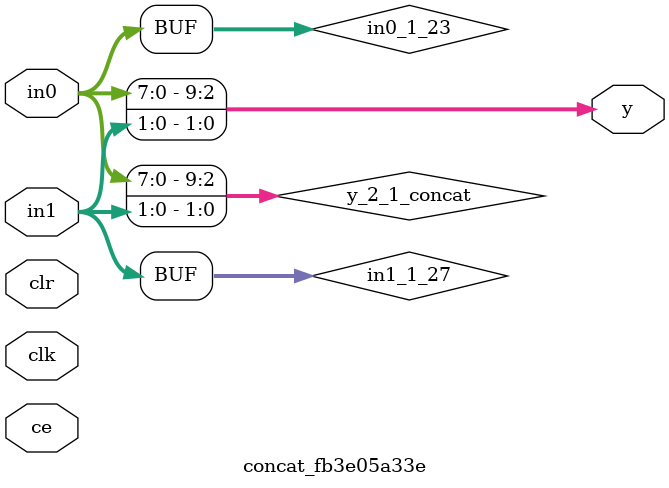
<source format=v>
module concat_fb3e05a33e (
  input [(8 - 1):0] in0,
  input [(2 - 1):0] in1,
  output [(10 - 1):0] y,
  input clk,
  input ce,
  input clr);
  wire [(8 - 1):0] in0_1_23;
  wire [(2 - 1):0] in1_1_27;
  wire [(10 - 1):0] y_2_1_concat;
  assign in0_1_23 = in0;
  assign in1_1_27 = in1;
  assign y_2_1_concat = {in0_1_23, in1_1_27};
  assign y = y_2_1_concat;
endmodule
</source>
